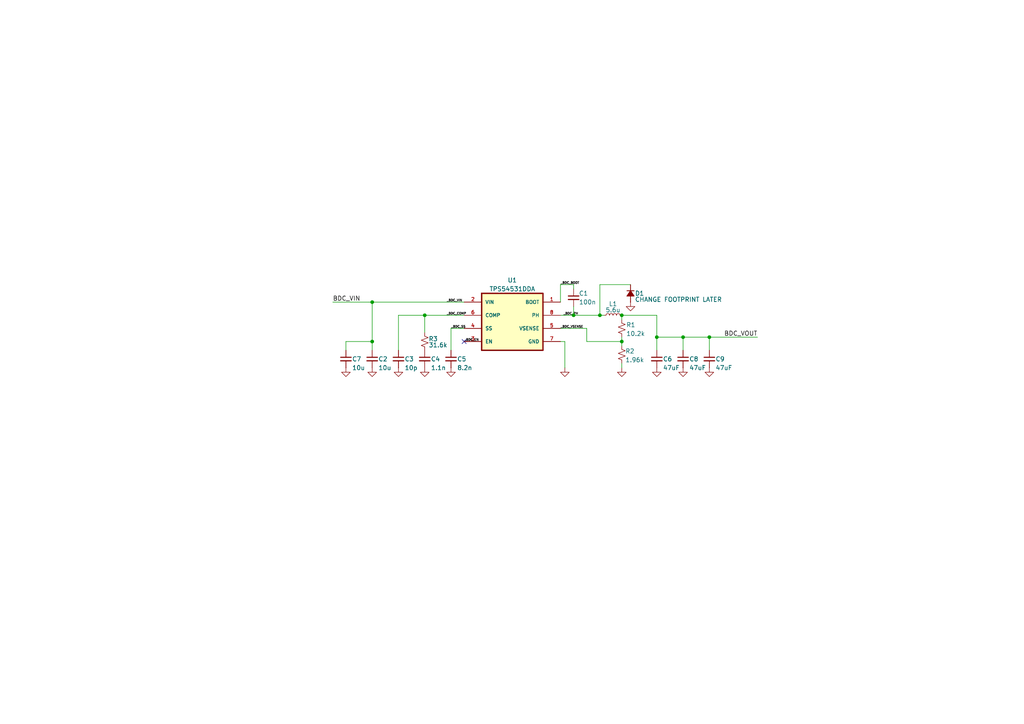
<source format=kicad_sch>
(kicad_sch (version 20250114) (generator "eeschema") (generator_version "9.0")
  (paper "A4")
  (lib_symbols
    (symbol "Device:C_Small" (pin_numbers (hide yes)) (pin_names (offset 0.254) (hide yes))
      (property "Reference" "C" (at 0.254 1.778 0))
      (property "Value" "C_Small" (at 0.254 -2.032 0))
      (symbol "C_Small_0_1"
        (polyline (pts (xy -1.524 0.508) (xy 1.524 0.508)) (stroke (width 0.3048)))
        (polyline (pts (xy -1.524 -0.508) (xy 1.524 -0.508)) (stroke (width 0.3302)))
      )
      (symbol "C_Small_1_1"
        (pin passive line (at 0 2.54 270) (length 2.032) (name "~") (number "1"))
        (pin passive line (at 0 -2.54 90) (length 2.032) (name "~") (number "2"))
      )
    )
    (symbol "Device:D_Small_Filled" (pin_numbers (hide yes)) (pin_names (offset 0.254) (hide yes))
      (property "Reference" "D" (at -1.27 2.032 0))
      (property "Value" "D_Small_Filled" (at -3.81 -2.032 0))
      (symbol "D_Small_Filled_0_1"
        (polyline (pts (xy -0.762 0) (xy 0.762 0)))
        (polyline (pts (xy -0.762 -1.016) (xy -0.762 1.016)) (stroke (width 0.254)))
        (polyline (pts (xy 0.762 -1.016) (xy -0.762 0) (xy 0.762 1.016) (xy 0.762 -1.016)) (stroke (width 0.254)) (fill (type outline)))
      )
      (symbol "D_Small_Filled_1_1"
        (pin passive line (at -2.54 0 0) (length 1.778) (name "K") (number "1"))
        (pin passive line (at 2.54 0 180) (length 1.778) (name "A") (number "2"))
      )
    )
    (symbol "Device:L_Small" (pin_numbers (hide yes)) (pin_names (offset 0.254) (hide yes))
      (property "Reference" "L" (at 0.762 1.016 0))
      (property "Value" "L_Small" (at 0.762 -1.016 0))
      (symbol "L_Small_0_1"
        (arc (start 0 2.032) (mid 0.5058 1.524) (end 0 1.016))
        (arc (start 0 1.016) (mid 0.5058 0.508) (end 0 0))
        (arc (start 0 0) (mid 0.5058 -0.508) (end 0 -1.016))
        (arc (start 0 -1.016) (mid 0.5058 -1.524) (end 0 -2.032))
      )
      (symbol "L_Small_1_1"
        (pin passive line (at 0 2.54 270) (length 0.508) (name "~") (number "1"))
        (pin passive line (at 0 -2.54 90) (length 0.508) (name "~") (number "2"))
      )
    )
    (symbol "Device:R_Small_US" (pin_numbers (hide yes)) (pin_names (offset 0.254) (hide yes))
      (property "Reference" "R" (at 0.762 0.508 0))
      (property "Value" "R_Small_US" (at 0.762 -1.016 0))
      (symbol "R_Small_US_1_1"
        (polyline (pts (xy 0 1.524) (xy 1.016 1.143) (xy 0 0.762) (xy -1.016 0.381) (xy 0 0)))
        (polyline (pts (xy 0 0) (xy 1.016 -0.381) (xy 0 -0.762) (xy -1.016 -1.143) (xy 0 -1.524)))
        (pin passive line (at 0 2.54 270) (length 1.016) (name "~") (number "1"))
        (pin passive line (at 0 -2.54 90) (length 1.016) (name "~") (number "2"))
      )
    )
    (symbol "TPS54531DDA:TPS54531DDA" (pin_names (offset 1.016))
      (property "Reference" "U" (at -0.762 9.652 0))
      (property "Value" "TPS54531DDA" (at -6.604 7.874 0))
      (symbol "TPS54531DDA_0_0"
        (rectangle (start -8.89 7.62) (end 8.89 -8.89) (stroke (width 0.41)) (fill (type background)))
        (pin input line (at -13.97 5.08 0) (length 5.08) (name "VIN") (number "2"))
        (pin output line (at -13.97 1.27 0) (length 5.08) (name "COMP") (number "6"))
        (pin input line (at -13.97 -2.54 0) (length 5.08) (name "SS") (number "4"))
        (pin input line (at -13.97 -6.35 0) (length 5.08) (name "EN") (number "3"))
        (pin output line (at 13.97 5.08 180) (length 5.08) (name "BOOT") (number "1"))
        (pin output line (at 13.97 1.27 180) (length 5.08) (name "PH") (number "8"))
        (pin input line (at 13.97 -2.54 180) (length 5.08) (name "VSENSE") (number "5"))
        (pin power_in line (at 13.97 -6.35 180) (length 5.08) (name "GND") (number "7"))
      )
    )
    (symbol "power_modified:GND" (power) (pin_numbers (hide yes)) (pin_names (offset 0) (hide yes))
      (symbol "GND_0_1"
        (polyline (pts (xy 0 0) (xy 0 -1.27) (xy 1.27 -1.27) (xy 0 -2.54) (xy -1.27 -1.27) (xy 0 -1.27)))
      )
      (symbol "GND_1_1"
        (pin power_in line (at 0 0 270) (length 0) (name "~") (number "1"))
      )
    )
  )
  (junction (at 180.34 91.44))
  (junction (at 198.12 97.79))
  (junction (at 107.95 99.06))
  (junction (at 166.37 91.44))
  (junction (at 123.19 91.44))
  (junction (at 173.99 91.44))
  (junction (at 180.34 99.06))
  (junction (at 107.95 87.63))
  (junction (at 205.74 97.79))
  (junction (at 190.5 97.79))
  (no_connect (at 134.62 99.06))
  (wire (pts (xy 170.18 95.25) (xy 170.18 99.06)))
  (wire (pts (xy 173.99 82.55) (xy 173.99 91.44)))
  (wire (pts (xy 190.5 97.79) (xy 190.5 91.44)))
  (wire (pts (xy 190.5 101.6) (xy 190.5 97.79)))
  (wire (pts (xy 107.95 87.63) (xy 134.62 87.63)))
  (wire (pts (xy 166.37 91.44) (xy 173.99 91.44)))
  (wire (pts (xy 180.34 106.68) (xy 180.34 105.41)))
  (wire (pts (xy 190.5 91.44) (xy 180.34 91.44)))
  (wire (pts (xy 205.74 101.6) (xy 205.74 97.79)))
  (wire (pts (xy 180.34 91.44) (xy 180.34 92.71)))
  (wire (pts (xy 100.33 99.06) (xy 100.33 101.6)))
  (wire (pts (xy 219.71 97.79) (xy 205.74 97.79)))
  (wire (pts (xy 123.19 91.44) (xy 134.62 91.44)))
  (wire (pts (xy 162.56 82.55) (xy 162.56 87.63)))
  (wire (pts (xy 180.34 97.79) (xy 180.34 99.06)))
  (wire (pts (xy 107.95 99.06) (xy 107.95 101.6)))
  (wire (pts (xy 166.37 91.44) (xy 166.37 88.9)))
  (wire (pts (xy 198.12 97.79) (xy 190.5 97.79)))
  (wire (pts (xy 173.99 82.55) (xy 182.88 82.55)))
  (wire (pts (xy 162.56 91.44) (xy 166.37 91.44)))
  (wire (pts (xy 115.57 91.44) (xy 123.19 91.44)))
  (wire (pts (xy 115.57 101.6) (xy 115.57 91.44)))
  (wire (pts (xy 130.81 101.6) (xy 130.81 95.25)))
  (wire (pts (xy 107.95 87.63) (xy 107.95 99.06)))
  (wire (pts (xy 130.81 95.25) (xy 134.62 95.25)))
  (wire (pts (xy 163.83 106.68) (xy 163.83 99.06)))
  (wire (pts (xy 163.83 99.06) (xy 162.56 99.06)))
  (wire (pts (xy 173.99 91.44) (xy 175.26 91.44)))
  (wire (pts (xy 170.18 99.06) (xy 180.34 99.06)))
  (wire (pts (xy 96.52 87.63) (xy 107.95 87.63)))
  (wire (pts (xy 166.37 82.55) (xy 162.56 82.55)))
  (wire (pts (xy 166.37 83.82) (xy 166.37 82.55)))
  (wire (pts (xy 180.34 99.06) (xy 180.34 100.33)))
  (wire (pts (xy 107.95 99.06) (xy 100.33 99.06)))
  (wire (pts (xy 198.12 97.79) (xy 205.74 97.79)))
  (wire (pts (xy 198.12 97.79) (xy 198.12 101.6)))
  (wire (pts (xy 162.56 95.25) (xy 170.18 95.25)))
  (wire (pts (xy 123.19 91.44) (xy 123.19 96.52)))
  (label "_BDC_VSENSE" (at 162.56 95.25 0) (effects (font (size 0.635 0.635))))
  (label "_BDC_BOOT" (at 162.56 82.55 0) (effects (font (size 0.635 0.635))))
  (label "_BDC_COMP" (at 129.54 91.44 0) (effects (font (size 0.635 0.635))))
  (label "BDC_VOUT" (at 219.71 97.79 180))
  (label "BDC_VIN" (at 96.52 87.63 0))
  (label "_BDC_PH" (at 163.3778 91.44 0) (effects (font (size 0.635 0.635))))
  (label "_BDC_SS" (at 130.81 95.25 0) (effects (font (size 0.635 0.635))))
  (label "_BDC_EN" (at 134.62 99.06 0) (effects (font (size 0.635 0.635))))
  (label "_BDC_VIN" (at 129.54 87.63 0) (effects (font (size 0.635 0.635))))
  (symbol (lib_id "Device:C_Small") (at 130.81 104.14 0) (unit 1)
    (property "Reference" "C5" (at 132.588 104.14 0) (effects (justify left)))
    (property "Value" "8.2n" (at 132.588 106.68 0) (effects (justify left)))
    (property "Footprint" "Capacitor_SMD:C_0805_2012Metric" (effects (hide yes)))
    (property "Description" "Unpolarized capacitor, small symbol" (effects (hide yes)))
  )
  (symbol (lib_id "power_modified:GND") (at 107.95 106.68 0) (unit 1)
    (property "Reference" "#PWR07" (effects (hide yes)))
    (property "Value" "GND" (effects (hide yes)))
    (property "Description" "Power symbol creates a global label with name \"GND\" , ground" (effects (hide yes)))
  )
  (symbol (lib_id "Device:C_Small") (at 115.57 104.14 0) (unit 1)
    (property "Reference" "C3" (at 117.348 104.14 0) (effects (justify left)))
    (property "Value" "10p" (at 117.348 106.68 0) (effects (justify left)))
    (property "Footprint" "Capacitor_SMD:C_0805_2012Metric" (effects (hide yes)))
    (property "Description" "Unpolarized capacitor, small symbol" (effects (hide yes)))
  )
  (symbol (lib_id "power_modified:GND") (at 198.12 106.68 0) (unit 1)
    (property "Reference" "#PWR010" (effects (hide yes)))
    (property "Value" "GND" (effects (hide yes)))
    (property "Description" "Power symbol creates a global label with name \"GND\" , ground" (effects (hide yes)))
  )
  (symbol (lib_id "power_modified:GND") (at 182.88 87.63 0) (unit 1)
    (property "Reference" "#PWR01" (effects (hide yes)))
    (property "Value" "GND" (effects (hide yes)))
    (property "Description" "Power symbol creates a global label with name \"GND\" , ground" (effects (hide yes)))
  )
  (symbol (lib_id "Device:C_Small") (at 107.95 104.14 0) (unit 1)
    (property "Reference" "C2" (at 109.728 104.14 0) (effects (justify left)))
    (property "Value" "10u" (at 109.728 106.68 0) (effects (justify left)))
    (property "Footprint" "Capacitor_SMD:C_0805_2012Metric" (effects (hide yes)))
    (property "Description" "Unpolarized capacitor, small symbol" (effects (hide yes)))
  )
  (symbol (lib_id "Device:R_Small_US") (at 180.34 102.87 0) (unit 1)
    (property "Reference" "R2" (at 181.356 101.854 0) (effects (justify left)))
    (property "Value" "1.96k" (at 181.356 104.394 0) (effects (justify left)))
    (property "Footprint" "Resistor_SMD:R_0805_2012Metric" (effects (hide yes)))
    (property "Description" "Resistor, small US symbol" (effects (hide yes)))
  )
  (symbol (lib_id "Device:C_Small") (at 205.74 104.14 0) (unit 1)
    (property "Reference" "C9" (at 207.518 104.14 0) (effects (justify left)))
    (property "Value" "47uF" (at 207.518 106.68 0) (effects (justify left)))
    (property "Footprint" "Capacitor_SMD:C_0805_2012Metric" (effects (hide yes)))
    (property "Description" "Unpolarized capacitor, small symbol" (effects (hide yes)))
  )
  (symbol (lib_id "power_modified:GND") (at 123.19 106.68 0) (unit 1)
    (property "Reference" "#PWR05" (effects (hide yes)))
    (property "Value" "GND" (effects (hide yes)))
    (property "Description" "Power symbol creates a global label with name \"GND\" , ground" (effects (hide yes)))
  )
  (symbol (lib_id "power_modified:GND") (at 163.83 106.68 0) (unit 1)
    (property "Reference" "#PWR03" (effects (hide yes)))
    (property "Value" "GND" (effects (hide yes)))
    (property "Description" "Power symbol creates a global label with name \"GND\" , ground" (effects (hide yes)))
  )
  (symbol (lib_id "Device:R_Small_US") (at 180.34 95.25 0) (unit 1)
    (property "Reference" "R1" (at 181.61 94.234 0) (effects (justify left)))
    (property "Value" "10.2k" (at 181.61 96.774 0) (effects (justify left)))
    (property "Footprint" "Resistor_SMD:R_0805_2012Metric" (effects (hide yes)))
    (property "Description" "Resistor, small US symbol" (effects (hide yes)))
  )
  (symbol (lib_id "power_modified:GND") (at 190.5 106.68 0) (unit 1)
    (property "Reference" "#PWR09" (effects (hide yes)))
    (property "Value" "GND" (effects (hide yes)))
    (property "Description" "Power symbol creates a global label with name \"GND\" , ground" (effects (hide yes)))
  )
  (symbol (lib_id "Device:L_Small") (at 177.8 91.44 90) (unit 1)
    (property "Reference" "L1" (at 177.8 88.138 90))
    (property "Value" "5.6u" (at 177.8 89.916 90))
    (property "Footprint" "Inductor_SMD:L_APV_ANR4018" (effects (hide yes)))
    (property "Description" "Inductor, small symbol" (effects (hide yes)))
  )
  (symbol (lib_id "Device:C_Small") (at 190.5 104.14 0) (unit 1)
    (property "Reference" "C6" (at 192.278 104.14 0) (effects (justify left)))
    (property "Value" "47uF" (at 192.278 106.68 0) (effects (justify left)))
    (property "Footprint" "Capacitor_SMD:C_0805_2012Metric" (effects (hide yes)))
    (property "Description" "Unpolarized capacitor, small symbol" (effects (hide yes)))
  )
  (symbol (lib_id "power_modified:GND") (at 205.74 106.68 0) (unit 1)
    (property "Reference" "#PWR011" (effects (hide yes)))
    (property "Value" "GND" (effects (hide yes)))
    (property "Description" "Power symbol creates a global label with name \"GND\" , ground" (effects (hide yes)))
  )
  (symbol (lib_id "power_modified:GND") (at 180.34 106.68 0) (unit 1)
    (property "Reference" "#PWR02" (effects (hide yes)))
    (property "Value" "GND" (effects (hide yes)))
    (property "Description" "Power symbol creates a global label with name \"GND\" , ground" (effects (hide yes)))
  )
  (symbol (lib_id "Device:R_Small_US") (at 123.19 99.06 180) (unit 1)
    (property "Reference" "R3" (at 127 98.298 0) (effects (justify left)))
    (property "Value" "31.6k" (at 129.794 100.076 0) (effects (justify left)))
    (property "Footprint" "Resistor_SMD:R_0805_2012Metric" (effects (hide yes)))
    (property "Description" "Resistor, small US symbol" (effects (hide yes)))
  )
  (symbol (lib_id "Device:C_Small") (at 123.19 104.14 0) (unit 1)
    (property "Reference" "C4" (at 124.968 104.14 0) (effects (justify left)))
    (property "Value" "1.1n" (at 124.968 106.68 0) (effects (justify left)))
    (property "Footprint" "Capacitor_SMD:C_0805_2012Metric" (effects (hide yes)))
    (property "Description" "Unpolarized capacitor, small symbol" (effects (hide yes)))
  )
  (symbol (lib_id "Device:D_Small_Filled") (at 182.88 85.09 270) (unit 1)
    (property "Reference" "D1" (at 184.15 85.09 90) (effects (justify left)))
    (property "Value" "CHANGE FOOTPRINT LATER" (at 184.15 86.868 90) (effects (justify left)))
    (property "Footprint" "Diode_SMD:D_0805_2012Metric" (effects (hide yes)))
    (property "Description" "Diode, small symbol, filled shape" (effects (hide yes)))
    (property "Sim.Device" "D" (effects (hide yes)))
    (property "Sim.Pins" "1=K 2=A" (effects (hide yes)))
  )
  (symbol (lib_id "TPS54531DDA:TPS54531DDA") (at 148.59 92.71 0) (unit 1)
    (property "Reference" "U1" (at 148.59 81.28 0))
    (property "Value" "TPS54531DDA" (at 148.59 83.82 0))
    (property "Footprint" "footprints:VREG_LM5017MR_NOPB" (effects (hide yes)))
  )
  (symbol (lib_id "Device:C_Small") (at 198.12 104.14 0) (unit 1)
    (property "Reference" "C8" (at 199.898 104.14 0) (effects (justify left)))
    (property "Value" "47uF" (at 199.898 106.68 0) (effects (justify left)))
    (property "Footprint" "Capacitor_SMD:C_0805_2012Metric" (effects (hide yes)))
    (property "Description" "Unpolarized capacitor, small symbol" (effects (hide yes)))
  )
  (symbol (lib_id "Device:C_Small") (at 166.37 86.36 0) (unit 1)
    (property "Reference" "C1" (at 167.894 85.09 0) (effects (justify left)))
    (property "Value" "100n" (at 167.894 87.63 0) (effects (justify left)))
    (property "Footprint" "Capacitor_SMD:C_0805_2012Metric" (effects (hide yes)))
    (property "Description" "Unpolarized capacitor, small symbol" (effects (hide yes)))
  )
  (symbol (lib_id "power_modified:GND") (at 130.81 106.68 0) (unit 1)
    (property "Reference" "#PWR04" (effects (hide yes)))
    (property "Value" "GND" (effects (hide yes)))
    (property "Description" "Power symbol creates a global label with name \"GND\" , ground" (effects (hide yes)))
  )
  (symbol (lib_id "Device:C_Small") (at 100.33 104.14 0) (unit 1)
    (property "Reference" "C7" (at 102.108 104.14 0) (effects (justify left)))
    (property "Value" "10u" (at 102.108 106.68 0) (effects (justify left)))
    (property "Footprint" "Capacitor_SMD:C_0805_2012Metric" (effects (hide yes)))
    (property "Description" "Unpolarized capacitor, small symbol" (effects (hide yes)))
  )
  (symbol (lib_id "power_modified:GND") (at 100.33 106.68 0) (unit 1)
    (property "Reference" "#PWR08" (effects (hide yes)))
    (property "Value" "GND" (effects (hide yes)))
    (property "Description" "Power symbol creates a global label with name \"GND\" , ground" (effects (hide yes)))
  )
  (symbol (lib_id "power_modified:GND") (at 115.57 106.68 0) (unit 1)
    (property "Reference" "#PWR06" (effects (hide yes)))
    (property "Value" "GND" (effects (hide yes)))
    (property "Description" "Power symbol creates a global label with name \"GND\" , ground" (effects (hide yes)))
  )
)
</source>
